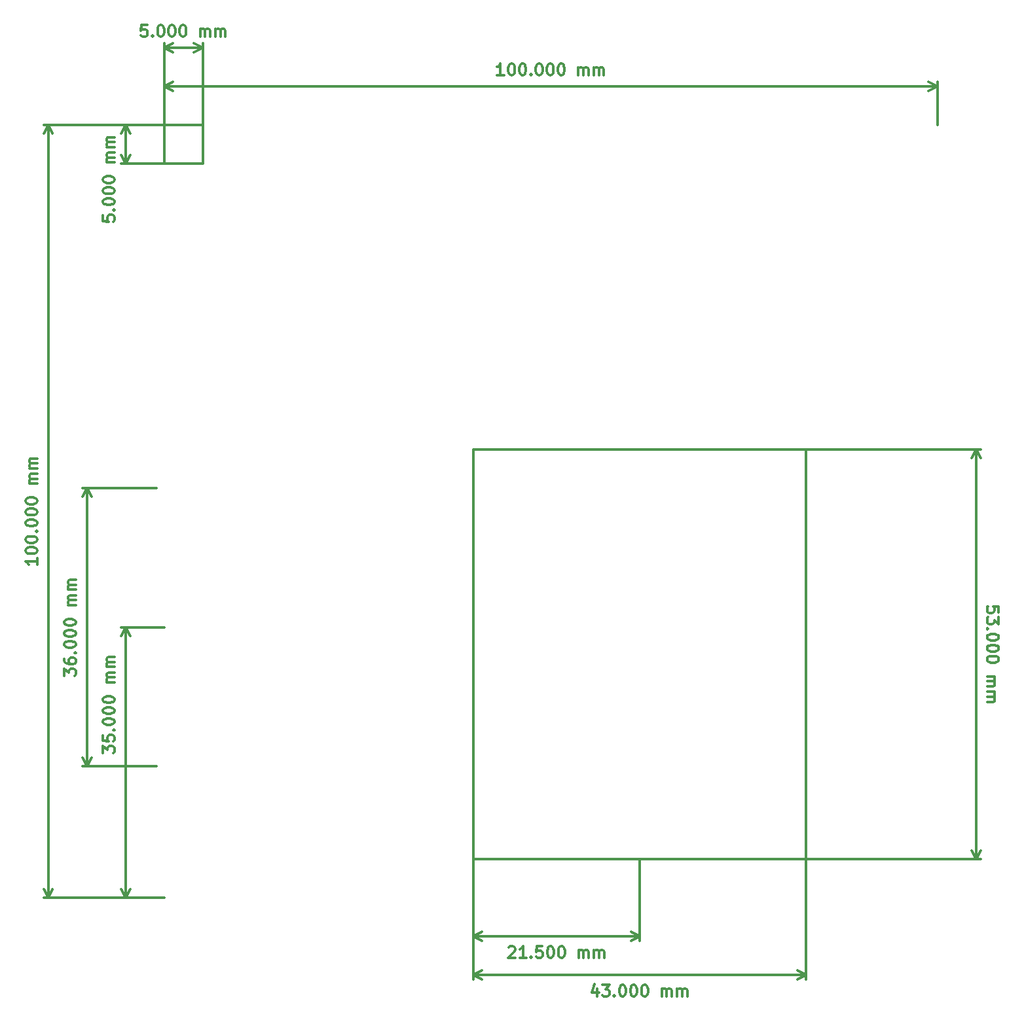
<source format=gbr>
G04 #@! TF.GenerationSoftware,KiCad,Pcbnew,(5.1.0-344-gd281f051e)*
G04 #@! TF.CreationDate,2019-04-24T21:11:33+09:00*
G04 #@! TF.ProjectId,driver,64726976-6572-42e6-9b69-6361645f7063,rev?*
G04 #@! TF.SameCoordinates,Original*
G04 #@! TF.FileFunction,Drawing*
%FSLAX46Y46*%
G04 Gerber Fmt 4.6, Leading zero omitted, Abs format (unit mm)*
G04 Created by KiCad (PCBNEW (5.1.0-344-gd281f051e)) date 2019-04-24 21:11:33*
%MOMM*%
%LPD*%
G04 APERTURE LIST*
%ADD10C,0.300000*%
G04 APERTURE END LIST*
D10*
X126000000Y-166778571D02*
X126000000Y-167778571D01*
X125642857Y-166207142D02*
X125285714Y-167278571D01*
X126214285Y-167278571D01*
X126642857Y-166278571D02*
X127571428Y-166278571D01*
X127071428Y-166850000D01*
X127285714Y-166850000D01*
X127428571Y-166921428D01*
X127500000Y-166992857D01*
X127571428Y-167135714D01*
X127571428Y-167492857D01*
X127500000Y-167635714D01*
X127428571Y-167707142D01*
X127285714Y-167778571D01*
X126857142Y-167778571D01*
X126714285Y-167707142D01*
X126642857Y-167635714D01*
X128214285Y-167635714D02*
X128285714Y-167707142D01*
X128214285Y-167778571D01*
X128142857Y-167707142D01*
X128214285Y-167635714D01*
X128214285Y-167778571D01*
X129214285Y-166278571D02*
X129357142Y-166278571D01*
X129500000Y-166350000D01*
X129571428Y-166421428D01*
X129642857Y-166564285D01*
X129714285Y-166850000D01*
X129714285Y-167207142D01*
X129642857Y-167492857D01*
X129571428Y-167635714D01*
X129500000Y-167707142D01*
X129357142Y-167778571D01*
X129214285Y-167778571D01*
X129071428Y-167707142D01*
X129000000Y-167635714D01*
X128928571Y-167492857D01*
X128857142Y-167207142D01*
X128857142Y-166850000D01*
X128928571Y-166564285D01*
X129000000Y-166421428D01*
X129071428Y-166350000D01*
X129214285Y-166278571D01*
X130642857Y-166278571D02*
X130785714Y-166278571D01*
X130928571Y-166350000D01*
X131000000Y-166421428D01*
X131071428Y-166564285D01*
X131142857Y-166850000D01*
X131142857Y-167207142D01*
X131071428Y-167492857D01*
X131000000Y-167635714D01*
X130928571Y-167707142D01*
X130785714Y-167778571D01*
X130642857Y-167778571D01*
X130500000Y-167707142D01*
X130428571Y-167635714D01*
X130357142Y-167492857D01*
X130285714Y-167207142D01*
X130285714Y-166850000D01*
X130357142Y-166564285D01*
X130428571Y-166421428D01*
X130500000Y-166350000D01*
X130642857Y-166278571D01*
X132071428Y-166278571D02*
X132214285Y-166278571D01*
X132357142Y-166350000D01*
X132428571Y-166421428D01*
X132500000Y-166564285D01*
X132571428Y-166850000D01*
X132571428Y-167207142D01*
X132500000Y-167492857D01*
X132428571Y-167635714D01*
X132357142Y-167707142D01*
X132214285Y-167778571D01*
X132071428Y-167778571D01*
X131928571Y-167707142D01*
X131857142Y-167635714D01*
X131785714Y-167492857D01*
X131714285Y-167207142D01*
X131714285Y-166850000D01*
X131785714Y-166564285D01*
X131857142Y-166421428D01*
X131928571Y-166350000D01*
X132071428Y-166278571D01*
X134357142Y-167778571D02*
X134357142Y-166778571D01*
X134357142Y-166921428D02*
X134428571Y-166850000D01*
X134571428Y-166778571D01*
X134785714Y-166778571D01*
X134928571Y-166850000D01*
X135000000Y-166992857D01*
X135000000Y-167778571D01*
X135000000Y-166992857D02*
X135071428Y-166850000D01*
X135214285Y-166778571D01*
X135428571Y-166778571D01*
X135571428Y-166850000D01*
X135642857Y-166992857D01*
X135642857Y-167778571D01*
X136357142Y-167778571D02*
X136357142Y-166778571D01*
X136357142Y-166921428D02*
X136428571Y-166850000D01*
X136571428Y-166778571D01*
X136785714Y-166778571D01*
X136928571Y-166850000D01*
X137000000Y-166992857D01*
X137000000Y-167778571D01*
X137000000Y-166992857D02*
X137071428Y-166850000D01*
X137214285Y-166778571D01*
X137428571Y-166778571D01*
X137571428Y-166850000D01*
X137642857Y-166992857D01*
X137642857Y-167778571D01*
X110000000Y-165000000D02*
X153000000Y-165000000D01*
X110000000Y-97000000D02*
X110000000Y-165586421D01*
X153000000Y-97000000D02*
X153000000Y-165586421D01*
X153000000Y-165000000D02*
X151873496Y-165586421D01*
X153000000Y-165000000D02*
X151873496Y-164413579D01*
X110000000Y-165000000D02*
X111126504Y-165586421D01*
X110000000Y-165000000D02*
X111126504Y-164413579D01*
X114535714Y-161421428D02*
X114607142Y-161350000D01*
X114750000Y-161278571D01*
X115107142Y-161278571D01*
X115250000Y-161350000D01*
X115321428Y-161421428D01*
X115392857Y-161564285D01*
X115392857Y-161707142D01*
X115321428Y-161921428D01*
X114464285Y-162778571D01*
X115392857Y-162778571D01*
X116821428Y-162778571D02*
X115964285Y-162778571D01*
X116392857Y-162778571D02*
X116392857Y-161278571D01*
X116250000Y-161492857D01*
X116107142Y-161635714D01*
X115964285Y-161707142D01*
X117464285Y-162635714D02*
X117535714Y-162707142D01*
X117464285Y-162778571D01*
X117392857Y-162707142D01*
X117464285Y-162635714D01*
X117464285Y-162778571D01*
X118892857Y-161278571D02*
X118178571Y-161278571D01*
X118107142Y-161992857D01*
X118178571Y-161921428D01*
X118321428Y-161850000D01*
X118678571Y-161850000D01*
X118821428Y-161921428D01*
X118892857Y-161992857D01*
X118964285Y-162135714D01*
X118964285Y-162492857D01*
X118892857Y-162635714D01*
X118821428Y-162707142D01*
X118678571Y-162778571D01*
X118321428Y-162778571D01*
X118178571Y-162707142D01*
X118107142Y-162635714D01*
X119892857Y-161278571D02*
X120035714Y-161278571D01*
X120178571Y-161350000D01*
X120250000Y-161421428D01*
X120321428Y-161564285D01*
X120392857Y-161850000D01*
X120392857Y-162207142D01*
X120321428Y-162492857D01*
X120250000Y-162635714D01*
X120178571Y-162707142D01*
X120035714Y-162778571D01*
X119892857Y-162778571D01*
X119750000Y-162707142D01*
X119678571Y-162635714D01*
X119607142Y-162492857D01*
X119535714Y-162207142D01*
X119535714Y-161850000D01*
X119607142Y-161564285D01*
X119678571Y-161421428D01*
X119750000Y-161350000D01*
X119892857Y-161278571D01*
X121321428Y-161278571D02*
X121464285Y-161278571D01*
X121607142Y-161350000D01*
X121678571Y-161421428D01*
X121750000Y-161564285D01*
X121821428Y-161850000D01*
X121821428Y-162207142D01*
X121750000Y-162492857D01*
X121678571Y-162635714D01*
X121607142Y-162707142D01*
X121464285Y-162778571D01*
X121321428Y-162778571D01*
X121178571Y-162707142D01*
X121107142Y-162635714D01*
X121035714Y-162492857D01*
X120964285Y-162207142D01*
X120964285Y-161850000D01*
X121035714Y-161564285D01*
X121107142Y-161421428D01*
X121178571Y-161350000D01*
X121321428Y-161278571D01*
X123607142Y-162778571D02*
X123607142Y-161778571D01*
X123607142Y-161921428D02*
X123678571Y-161850000D01*
X123821428Y-161778571D01*
X124035714Y-161778571D01*
X124178571Y-161850000D01*
X124250000Y-161992857D01*
X124250000Y-162778571D01*
X124250000Y-161992857D02*
X124321428Y-161850000D01*
X124464285Y-161778571D01*
X124678571Y-161778571D01*
X124821428Y-161850000D01*
X124892857Y-161992857D01*
X124892857Y-162778571D01*
X125607142Y-162778571D02*
X125607142Y-161778571D01*
X125607142Y-161921428D02*
X125678571Y-161850000D01*
X125821428Y-161778571D01*
X126035714Y-161778571D01*
X126178571Y-161850000D01*
X126250000Y-161992857D01*
X126250000Y-162778571D01*
X126250000Y-161992857D02*
X126321428Y-161850000D01*
X126464285Y-161778571D01*
X126678571Y-161778571D01*
X126821428Y-161850000D01*
X126892857Y-161992857D01*
X126892857Y-162778571D01*
X110000000Y-160000000D02*
X131500000Y-160000000D01*
X110000000Y-150000000D02*
X110000000Y-160586421D01*
X131500000Y-150000000D02*
X131500000Y-160586421D01*
X131500000Y-160000000D02*
X130373496Y-160586421D01*
X131500000Y-160000000D02*
X130373496Y-159413579D01*
X110000000Y-160000000D02*
X111126504Y-160586421D01*
X110000000Y-160000000D02*
X111126504Y-159413579D01*
X177921428Y-118071428D02*
X177921428Y-117357142D01*
X177207142Y-117285714D01*
X177278571Y-117357142D01*
X177350000Y-117500000D01*
X177350000Y-117857142D01*
X177278571Y-118000000D01*
X177207142Y-118071428D01*
X177064285Y-118142857D01*
X176707142Y-118142857D01*
X176564285Y-118071428D01*
X176492857Y-118000000D01*
X176421428Y-117857142D01*
X176421428Y-117500000D01*
X176492857Y-117357142D01*
X176564285Y-117285714D01*
X177921428Y-118642857D02*
X177921428Y-119571428D01*
X177350000Y-119071428D01*
X177350000Y-119285714D01*
X177278571Y-119428571D01*
X177207142Y-119500000D01*
X177064285Y-119571428D01*
X176707142Y-119571428D01*
X176564285Y-119500000D01*
X176492857Y-119428571D01*
X176421428Y-119285714D01*
X176421428Y-118857142D01*
X176492857Y-118714285D01*
X176564285Y-118642857D01*
X176564285Y-120214285D02*
X176492857Y-120285714D01*
X176421428Y-120214285D01*
X176492857Y-120142857D01*
X176564285Y-120214285D01*
X176421428Y-120214285D01*
X177921428Y-121214285D02*
X177921428Y-121357142D01*
X177850000Y-121500000D01*
X177778571Y-121571428D01*
X177635714Y-121642857D01*
X177350000Y-121714285D01*
X176992857Y-121714285D01*
X176707142Y-121642857D01*
X176564285Y-121571428D01*
X176492857Y-121500000D01*
X176421428Y-121357142D01*
X176421428Y-121214285D01*
X176492857Y-121071428D01*
X176564285Y-121000000D01*
X176707142Y-120928571D01*
X176992857Y-120857142D01*
X177350000Y-120857142D01*
X177635714Y-120928571D01*
X177778571Y-121000000D01*
X177850000Y-121071428D01*
X177921428Y-121214285D01*
X177921428Y-122642857D02*
X177921428Y-122785714D01*
X177850000Y-122928571D01*
X177778571Y-123000000D01*
X177635714Y-123071428D01*
X177350000Y-123142857D01*
X176992857Y-123142857D01*
X176707142Y-123071428D01*
X176564285Y-123000000D01*
X176492857Y-122928571D01*
X176421428Y-122785714D01*
X176421428Y-122642857D01*
X176492857Y-122500000D01*
X176564285Y-122428571D01*
X176707142Y-122357142D01*
X176992857Y-122285714D01*
X177350000Y-122285714D01*
X177635714Y-122357142D01*
X177778571Y-122428571D01*
X177850000Y-122500000D01*
X177921428Y-122642857D01*
X177921428Y-124071428D02*
X177921428Y-124214285D01*
X177850000Y-124357142D01*
X177778571Y-124428571D01*
X177635714Y-124500000D01*
X177350000Y-124571428D01*
X176992857Y-124571428D01*
X176707142Y-124500000D01*
X176564285Y-124428571D01*
X176492857Y-124357142D01*
X176421428Y-124214285D01*
X176421428Y-124071428D01*
X176492857Y-123928571D01*
X176564285Y-123857142D01*
X176707142Y-123785714D01*
X176992857Y-123714285D01*
X177350000Y-123714285D01*
X177635714Y-123785714D01*
X177778571Y-123857142D01*
X177850000Y-123928571D01*
X177921428Y-124071428D01*
X176421428Y-126357142D02*
X177421428Y-126357142D01*
X177278571Y-126357142D02*
X177350000Y-126428571D01*
X177421428Y-126571428D01*
X177421428Y-126785714D01*
X177350000Y-126928571D01*
X177207142Y-127000000D01*
X176421428Y-127000000D01*
X177207142Y-127000000D02*
X177350000Y-127071428D01*
X177421428Y-127214285D01*
X177421428Y-127428571D01*
X177350000Y-127571428D01*
X177207142Y-127642857D01*
X176421428Y-127642857D01*
X176421428Y-128357142D02*
X177421428Y-128357142D01*
X177278571Y-128357142D02*
X177350000Y-128428571D01*
X177421428Y-128571428D01*
X177421428Y-128785714D01*
X177350000Y-128928571D01*
X177207142Y-129000000D01*
X176421428Y-129000000D01*
X177207142Y-129000000D02*
X177350000Y-129071428D01*
X177421428Y-129214285D01*
X177421428Y-129428571D01*
X177350000Y-129571428D01*
X177207142Y-129642857D01*
X176421428Y-129642857D01*
X175000000Y-97000000D02*
X175000000Y-150000000D01*
X110000000Y-97000000D02*
X175586421Y-97000000D01*
X110000000Y-150000000D02*
X175586421Y-150000000D01*
X175000000Y-150000000D02*
X174413579Y-148873496D01*
X175000000Y-150000000D02*
X175586421Y-148873496D01*
X175000000Y-97000000D02*
X174413579Y-98126504D01*
X175000000Y-97000000D02*
X175586421Y-98126504D01*
X67785714Y-42078571D02*
X67071428Y-42078571D01*
X67000000Y-42792857D01*
X67071428Y-42721428D01*
X67214285Y-42650000D01*
X67571428Y-42650000D01*
X67714285Y-42721428D01*
X67785714Y-42792857D01*
X67857142Y-42935714D01*
X67857142Y-43292857D01*
X67785714Y-43435714D01*
X67714285Y-43507142D01*
X67571428Y-43578571D01*
X67214285Y-43578571D01*
X67071428Y-43507142D01*
X67000000Y-43435714D01*
X68500000Y-43435714D02*
X68571428Y-43507142D01*
X68500000Y-43578571D01*
X68428571Y-43507142D01*
X68500000Y-43435714D01*
X68500000Y-43578571D01*
X69500000Y-42078571D02*
X69642857Y-42078571D01*
X69785714Y-42150000D01*
X69857142Y-42221428D01*
X69928571Y-42364285D01*
X70000000Y-42650000D01*
X70000000Y-43007142D01*
X69928571Y-43292857D01*
X69857142Y-43435714D01*
X69785714Y-43507142D01*
X69642857Y-43578571D01*
X69500000Y-43578571D01*
X69357142Y-43507142D01*
X69285714Y-43435714D01*
X69214285Y-43292857D01*
X69142857Y-43007142D01*
X69142857Y-42650000D01*
X69214285Y-42364285D01*
X69285714Y-42221428D01*
X69357142Y-42150000D01*
X69500000Y-42078571D01*
X70928571Y-42078571D02*
X71071428Y-42078571D01*
X71214285Y-42150000D01*
X71285714Y-42221428D01*
X71357142Y-42364285D01*
X71428571Y-42650000D01*
X71428571Y-43007142D01*
X71357142Y-43292857D01*
X71285714Y-43435714D01*
X71214285Y-43507142D01*
X71071428Y-43578571D01*
X70928571Y-43578571D01*
X70785714Y-43507142D01*
X70714285Y-43435714D01*
X70642857Y-43292857D01*
X70571428Y-43007142D01*
X70571428Y-42650000D01*
X70642857Y-42364285D01*
X70714285Y-42221428D01*
X70785714Y-42150000D01*
X70928571Y-42078571D01*
X72357142Y-42078571D02*
X72500000Y-42078571D01*
X72642857Y-42150000D01*
X72714285Y-42221428D01*
X72785714Y-42364285D01*
X72857142Y-42650000D01*
X72857142Y-43007142D01*
X72785714Y-43292857D01*
X72714285Y-43435714D01*
X72642857Y-43507142D01*
X72500000Y-43578571D01*
X72357142Y-43578571D01*
X72214285Y-43507142D01*
X72142857Y-43435714D01*
X72071428Y-43292857D01*
X72000000Y-43007142D01*
X72000000Y-42650000D01*
X72071428Y-42364285D01*
X72142857Y-42221428D01*
X72214285Y-42150000D01*
X72357142Y-42078571D01*
X74642857Y-43578571D02*
X74642857Y-42578571D01*
X74642857Y-42721428D02*
X74714285Y-42650000D01*
X74857142Y-42578571D01*
X75071428Y-42578571D01*
X75214285Y-42650000D01*
X75285714Y-42792857D01*
X75285714Y-43578571D01*
X75285714Y-42792857D02*
X75357142Y-42650000D01*
X75500000Y-42578571D01*
X75714285Y-42578571D01*
X75857142Y-42650000D01*
X75928571Y-42792857D01*
X75928571Y-43578571D01*
X76642857Y-43578571D02*
X76642857Y-42578571D01*
X76642857Y-42721428D02*
X76714285Y-42650000D01*
X76857142Y-42578571D01*
X77071428Y-42578571D01*
X77214285Y-42650000D01*
X77285714Y-42792857D01*
X77285714Y-43578571D01*
X77285714Y-42792857D02*
X77357142Y-42650000D01*
X77500000Y-42578571D01*
X77714285Y-42578571D01*
X77857142Y-42650000D01*
X77928571Y-42792857D01*
X77928571Y-43578571D01*
X75000000Y-45000000D02*
X70000000Y-45000000D01*
X75000000Y-60000000D02*
X75000000Y-44413579D01*
X70000000Y-60000000D02*
X70000000Y-44413579D01*
X70000000Y-45000000D02*
X71126504Y-44413579D01*
X70000000Y-45000000D02*
X71126504Y-45586421D01*
X75000000Y-45000000D02*
X73873496Y-44413579D01*
X75000000Y-45000000D02*
X73873496Y-45586421D01*
X62078571Y-66714285D02*
X62078571Y-67428571D01*
X62792857Y-67500000D01*
X62721428Y-67428571D01*
X62650000Y-67285714D01*
X62650000Y-66928571D01*
X62721428Y-66785714D01*
X62792857Y-66714285D01*
X62935714Y-66642857D01*
X63292857Y-66642857D01*
X63435714Y-66714285D01*
X63507142Y-66785714D01*
X63578571Y-66928571D01*
X63578571Y-67285714D01*
X63507142Y-67428571D01*
X63435714Y-67500000D01*
X63435714Y-66000000D02*
X63507142Y-65928571D01*
X63578571Y-66000000D01*
X63507142Y-66071428D01*
X63435714Y-66000000D01*
X63578571Y-66000000D01*
X62078571Y-65000000D02*
X62078571Y-64857142D01*
X62150000Y-64714285D01*
X62221428Y-64642857D01*
X62364285Y-64571428D01*
X62650000Y-64500000D01*
X63007142Y-64500000D01*
X63292857Y-64571428D01*
X63435714Y-64642857D01*
X63507142Y-64714285D01*
X63578571Y-64857142D01*
X63578571Y-65000000D01*
X63507142Y-65142857D01*
X63435714Y-65214285D01*
X63292857Y-65285714D01*
X63007142Y-65357142D01*
X62650000Y-65357142D01*
X62364285Y-65285714D01*
X62221428Y-65214285D01*
X62150000Y-65142857D01*
X62078571Y-65000000D01*
X62078571Y-63571428D02*
X62078571Y-63428571D01*
X62150000Y-63285714D01*
X62221428Y-63214285D01*
X62364285Y-63142857D01*
X62650000Y-63071428D01*
X63007142Y-63071428D01*
X63292857Y-63142857D01*
X63435714Y-63214285D01*
X63507142Y-63285714D01*
X63578571Y-63428571D01*
X63578571Y-63571428D01*
X63507142Y-63714285D01*
X63435714Y-63785714D01*
X63292857Y-63857142D01*
X63007142Y-63928571D01*
X62650000Y-63928571D01*
X62364285Y-63857142D01*
X62221428Y-63785714D01*
X62150000Y-63714285D01*
X62078571Y-63571428D01*
X62078571Y-62142857D02*
X62078571Y-62000000D01*
X62150000Y-61857142D01*
X62221428Y-61785714D01*
X62364285Y-61714285D01*
X62650000Y-61642857D01*
X63007142Y-61642857D01*
X63292857Y-61714285D01*
X63435714Y-61785714D01*
X63507142Y-61857142D01*
X63578571Y-62000000D01*
X63578571Y-62142857D01*
X63507142Y-62285714D01*
X63435714Y-62357142D01*
X63292857Y-62428571D01*
X63007142Y-62500000D01*
X62650000Y-62500000D01*
X62364285Y-62428571D01*
X62221428Y-62357142D01*
X62150000Y-62285714D01*
X62078571Y-62142857D01*
X63578571Y-59857142D02*
X62578571Y-59857142D01*
X62721428Y-59857142D02*
X62650000Y-59785714D01*
X62578571Y-59642857D01*
X62578571Y-59428571D01*
X62650000Y-59285714D01*
X62792857Y-59214285D01*
X63578571Y-59214285D01*
X62792857Y-59214285D02*
X62650000Y-59142857D01*
X62578571Y-59000000D01*
X62578571Y-58785714D01*
X62650000Y-58642857D01*
X62792857Y-58571428D01*
X63578571Y-58571428D01*
X63578571Y-57857142D02*
X62578571Y-57857142D01*
X62721428Y-57857142D02*
X62650000Y-57785714D01*
X62578571Y-57642857D01*
X62578571Y-57428571D01*
X62650000Y-57285714D01*
X62792857Y-57214285D01*
X63578571Y-57214285D01*
X62792857Y-57214285D02*
X62650000Y-57142857D01*
X62578571Y-57000000D01*
X62578571Y-56785714D01*
X62650000Y-56642857D01*
X62792857Y-56571428D01*
X63578571Y-56571428D01*
X65000000Y-60000000D02*
X65000000Y-55000000D01*
X75000000Y-60000000D02*
X64413579Y-60000000D01*
X75000000Y-55000000D02*
X64413579Y-55000000D01*
X65000000Y-55000000D02*
X65586421Y-56126504D01*
X65000000Y-55000000D02*
X64413579Y-56126504D01*
X65000000Y-60000000D02*
X65586421Y-58873496D01*
X65000000Y-60000000D02*
X64413579Y-58873496D01*
X113928571Y-48578571D02*
X113071428Y-48578571D01*
X113500000Y-48578571D02*
X113500000Y-47078571D01*
X113357142Y-47292857D01*
X113214285Y-47435714D01*
X113071428Y-47507142D01*
X114857142Y-47078571D02*
X115000000Y-47078571D01*
X115142857Y-47150000D01*
X115214285Y-47221428D01*
X115285714Y-47364285D01*
X115357142Y-47650000D01*
X115357142Y-48007142D01*
X115285714Y-48292857D01*
X115214285Y-48435714D01*
X115142857Y-48507142D01*
X115000000Y-48578571D01*
X114857142Y-48578571D01*
X114714285Y-48507142D01*
X114642857Y-48435714D01*
X114571428Y-48292857D01*
X114500000Y-48007142D01*
X114500000Y-47650000D01*
X114571428Y-47364285D01*
X114642857Y-47221428D01*
X114714285Y-47150000D01*
X114857142Y-47078571D01*
X116285714Y-47078571D02*
X116428571Y-47078571D01*
X116571428Y-47150000D01*
X116642857Y-47221428D01*
X116714285Y-47364285D01*
X116785714Y-47650000D01*
X116785714Y-48007142D01*
X116714285Y-48292857D01*
X116642857Y-48435714D01*
X116571428Y-48507142D01*
X116428571Y-48578571D01*
X116285714Y-48578571D01*
X116142857Y-48507142D01*
X116071428Y-48435714D01*
X116000000Y-48292857D01*
X115928571Y-48007142D01*
X115928571Y-47650000D01*
X116000000Y-47364285D01*
X116071428Y-47221428D01*
X116142857Y-47150000D01*
X116285714Y-47078571D01*
X117428571Y-48435714D02*
X117500000Y-48507142D01*
X117428571Y-48578571D01*
X117357142Y-48507142D01*
X117428571Y-48435714D01*
X117428571Y-48578571D01*
X118428571Y-47078571D02*
X118571428Y-47078571D01*
X118714285Y-47150000D01*
X118785714Y-47221428D01*
X118857142Y-47364285D01*
X118928571Y-47650000D01*
X118928571Y-48007142D01*
X118857142Y-48292857D01*
X118785714Y-48435714D01*
X118714285Y-48507142D01*
X118571428Y-48578571D01*
X118428571Y-48578571D01*
X118285714Y-48507142D01*
X118214285Y-48435714D01*
X118142857Y-48292857D01*
X118071428Y-48007142D01*
X118071428Y-47650000D01*
X118142857Y-47364285D01*
X118214285Y-47221428D01*
X118285714Y-47150000D01*
X118428571Y-47078571D01*
X119857142Y-47078571D02*
X120000000Y-47078571D01*
X120142857Y-47150000D01*
X120214285Y-47221428D01*
X120285714Y-47364285D01*
X120357142Y-47650000D01*
X120357142Y-48007142D01*
X120285714Y-48292857D01*
X120214285Y-48435714D01*
X120142857Y-48507142D01*
X120000000Y-48578571D01*
X119857142Y-48578571D01*
X119714285Y-48507142D01*
X119642857Y-48435714D01*
X119571428Y-48292857D01*
X119500000Y-48007142D01*
X119500000Y-47650000D01*
X119571428Y-47364285D01*
X119642857Y-47221428D01*
X119714285Y-47150000D01*
X119857142Y-47078571D01*
X121285714Y-47078571D02*
X121428571Y-47078571D01*
X121571428Y-47150000D01*
X121642857Y-47221428D01*
X121714285Y-47364285D01*
X121785714Y-47650000D01*
X121785714Y-48007142D01*
X121714285Y-48292857D01*
X121642857Y-48435714D01*
X121571428Y-48507142D01*
X121428571Y-48578571D01*
X121285714Y-48578571D01*
X121142857Y-48507142D01*
X121071428Y-48435714D01*
X121000000Y-48292857D01*
X120928571Y-48007142D01*
X120928571Y-47650000D01*
X121000000Y-47364285D01*
X121071428Y-47221428D01*
X121142857Y-47150000D01*
X121285714Y-47078571D01*
X123571428Y-48578571D02*
X123571428Y-47578571D01*
X123571428Y-47721428D02*
X123642857Y-47650000D01*
X123785714Y-47578571D01*
X124000000Y-47578571D01*
X124142857Y-47650000D01*
X124214285Y-47792857D01*
X124214285Y-48578571D01*
X124214285Y-47792857D02*
X124285714Y-47650000D01*
X124428571Y-47578571D01*
X124642857Y-47578571D01*
X124785714Y-47650000D01*
X124857142Y-47792857D01*
X124857142Y-48578571D01*
X125571428Y-48578571D02*
X125571428Y-47578571D01*
X125571428Y-47721428D02*
X125642857Y-47650000D01*
X125785714Y-47578571D01*
X126000000Y-47578571D01*
X126142857Y-47650000D01*
X126214285Y-47792857D01*
X126214285Y-48578571D01*
X126214285Y-47792857D02*
X126285714Y-47650000D01*
X126428571Y-47578571D01*
X126642857Y-47578571D01*
X126785714Y-47650000D01*
X126857142Y-47792857D01*
X126857142Y-48578571D01*
X70000000Y-50000000D02*
X170000000Y-50000000D01*
X70000000Y-55000000D02*
X70000000Y-49413579D01*
X170000000Y-55000000D02*
X170000000Y-49413579D01*
X170000000Y-50000000D02*
X168873496Y-50586421D01*
X170000000Y-50000000D02*
X168873496Y-49413579D01*
X70000000Y-50000000D02*
X71126504Y-50586421D01*
X70000000Y-50000000D02*
X71126504Y-49413579D01*
X53578571Y-111071428D02*
X53578571Y-111928571D01*
X53578571Y-111500000D02*
X52078571Y-111500000D01*
X52292857Y-111642857D01*
X52435714Y-111785714D01*
X52507142Y-111928571D01*
X52078571Y-110142857D02*
X52078571Y-110000000D01*
X52150000Y-109857142D01*
X52221428Y-109785714D01*
X52364285Y-109714285D01*
X52650000Y-109642857D01*
X53007142Y-109642857D01*
X53292857Y-109714285D01*
X53435714Y-109785714D01*
X53507142Y-109857142D01*
X53578571Y-110000000D01*
X53578571Y-110142857D01*
X53507142Y-110285714D01*
X53435714Y-110357142D01*
X53292857Y-110428571D01*
X53007142Y-110500000D01*
X52650000Y-110500000D01*
X52364285Y-110428571D01*
X52221428Y-110357142D01*
X52150000Y-110285714D01*
X52078571Y-110142857D01*
X52078571Y-108714285D02*
X52078571Y-108571428D01*
X52150000Y-108428571D01*
X52221428Y-108357142D01*
X52364285Y-108285714D01*
X52650000Y-108214285D01*
X53007142Y-108214285D01*
X53292857Y-108285714D01*
X53435714Y-108357142D01*
X53507142Y-108428571D01*
X53578571Y-108571428D01*
X53578571Y-108714285D01*
X53507142Y-108857142D01*
X53435714Y-108928571D01*
X53292857Y-109000000D01*
X53007142Y-109071428D01*
X52650000Y-109071428D01*
X52364285Y-109000000D01*
X52221428Y-108928571D01*
X52150000Y-108857142D01*
X52078571Y-108714285D01*
X53435714Y-107571428D02*
X53507142Y-107500000D01*
X53578571Y-107571428D01*
X53507142Y-107642857D01*
X53435714Y-107571428D01*
X53578571Y-107571428D01*
X52078571Y-106571428D02*
X52078571Y-106428571D01*
X52150000Y-106285714D01*
X52221428Y-106214285D01*
X52364285Y-106142857D01*
X52650000Y-106071428D01*
X53007142Y-106071428D01*
X53292857Y-106142857D01*
X53435714Y-106214285D01*
X53507142Y-106285714D01*
X53578571Y-106428571D01*
X53578571Y-106571428D01*
X53507142Y-106714285D01*
X53435714Y-106785714D01*
X53292857Y-106857142D01*
X53007142Y-106928571D01*
X52650000Y-106928571D01*
X52364285Y-106857142D01*
X52221428Y-106785714D01*
X52150000Y-106714285D01*
X52078571Y-106571428D01*
X52078571Y-105142857D02*
X52078571Y-105000000D01*
X52150000Y-104857142D01*
X52221428Y-104785714D01*
X52364285Y-104714285D01*
X52650000Y-104642857D01*
X53007142Y-104642857D01*
X53292857Y-104714285D01*
X53435714Y-104785714D01*
X53507142Y-104857142D01*
X53578571Y-105000000D01*
X53578571Y-105142857D01*
X53507142Y-105285714D01*
X53435714Y-105357142D01*
X53292857Y-105428571D01*
X53007142Y-105500000D01*
X52650000Y-105500000D01*
X52364285Y-105428571D01*
X52221428Y-105357142D01*
X52150000Y-105285714D01*
X52078571Y-105142857D01*
X52078571Y-103714285D02*
X52078571Y-103571428D01*
X52150000Y-103428571D01*
X52221428Y-103357142D01*
X52364285Y-103285714D01*
X52650000Y-103214285D01*
X53007142Y-103214285D01*
X53292857Y-103285714D01*
X53435714Y-103357142D01*
X53507142Y-103428571D01*
X53578571Y-103571428D01*
X53578571Y-103714285D01*
X53507142Y-103857142D01*
X53435714Y-103928571D01*
X53292857Y-104000000D01*
X53007142Y-104071428D01*
X52650000Y-104071428D01*
X52364285Y-104000000D01*
X52221428Y-103928571D01*
X52150000Y-103857142D01*
X52078571Y-103714285D01*
X53578571Y-101428571D02*
X52578571Y-101428571D01*
X52721428Y-101428571D02*
X52650000Y-101357142D01*
X52578571Y-101214285D01*
X52578571Y-101000000D01*
X52650000Y-100857142D01*
X52792857Y-100785714D01*
X53578571Y-100785714D01*
X52792857Y-100785714D02*
X52650000Y-100714285D01*
X52578571Y-100571428D01*
X52578571Y-100357142D01*
X52650000Y-100214285D01*
X52792857Y-100142857D01*
X53578571Y-100142857D01*
X53578571Y-99428571D02*
X52578571Y-99428571D01*
X52721428Y-99428571D02*
X52650000Y-99357142D01*
X52578571Y-99214285D01*
X52578571Y-99000000D01*
X52650000Y-98857142D01*
X52792857Y-98785714D01*
X53578571Y-98785714D01*
X52792857Y-98785714D02*
X52650000Y-98714285D01*
X52578571Y-98571428D01*
X52578571Y-98357142D01*
X52650000Y-98214285D01*
X52792857Y-98142857D01*
X53578571Y-98142857D01*
X55000000Y-155000000D02*
X55000000Y-55000000D01*
X70000000Y-155000000D02*
X54413579Y-155000000D01*
X70000000Y-55000000D02*
X54413579Y-55000000D01*
X55000000Y-55000000D02*
X55586421Y-56126504D01*
X55000000Y-55000000D02*
X54413579Y-56126504D01*
X55000000Y-155000000D02*
X55586421Y-153873496D01*
X55000000Y-155000000D02*
X54413579Y-153873496D01*
X62078571Y-136285714D02*
X62078571Y-135357142D01*
X62650000Y-135857142D01*
X62650000Y-135642857D01*
X62721428Y-135500000D01*
X62792857Y-135428571D01*
X62935714Y-135357142D01*
X63292857Y-135357142D01*
X63435714Y-135428571D01*
X63507142Y-135500000D01*
X63578571Y-135642857D01*
X63578571Y-136071428D01*
X63507142Y-136214285D01*
X63435714Y-136285714D01*
X62078571Y-134000000D02*
X62078571Y-134714285D01*
X62792857Y-134785714D01*
X62721428Y-134714285D01*
X62650000Y-134571428D01*
X62650000Y-134214285D01*
X62721428Y-134071428D01*
X62792857Y-134000000D01*
X62935714Y-133928571D01*
X63292857Y-133928571D01*
X63435714Y-134000000D01*
X63507142Y-134071428D01*
X63578571Y-134214285D01*
X63578571Y-134571428D01*
X63507142Y-134714285D01*
X63435714Y-134785714D01*
X63435714Y-133285714D02*
X63507142Y-133214285D01*
X63578571Y-133285714D01*
X63507142Y-133357142D01*
X63435714Y-133285714D01*
X63578571Y-133285714D01*
X62078571Y-132285714D02*
X62078571Y-132142857D01*
X62150000Y-132000000D01*
X62221428Y-131928571D01*
X62364285Y-131857142D01*
X62650000Y-131785714D01*
X63007142Y-131785714D01*
X63292857Y-131857142D01*
X63435714Y-131928571D01*
X63507142Y-132000000D01*
X63578571Y-132142857D01*
X63578571Y-132285714D01*
X63507142Y-132428571D01*
X63435714Y-132500000D01*
X63292857Y-132571428D01*
X63007142Y-132642857D01*
X62650000Y-132642857D01*
X62364285Y-132571428D01*
X62221428Y-132500000D01*
X62150000Y-132428571D01*
X62078571Y-132285714D01*
X62078571Y-130857142D02*
X62078571Y-130714285D01*
X62150000Y-130571428D01*
X62221428Y-130500000D01*
X62364285Y-130428571D01*
X62650000Y-130357142D01*
X63007142Y-130357142D01*
X63292857Y-130428571D01*
X63435714Y-130500000D01*
X63507142Y-130571428D01*
X63578571Y-130714285D01*
X63578571Y-130857142D01*
X63507142Y-131000000D01*
X63435714Y-131071428D01*
X63292857Y-131142857D01*
X63007142Y-131214285D01*
X62650000Y-131214285D01*
X62364285Y-131142857D01*
X62221428Y-131071428D01*
X62150000Y-131000000D01*
X62078571Y-130857142D01*
X62078571Y-129428571D02*
X62078571Y-129285714D01*
X62150000Y-129142857D01*
X62221428Y-129071428D01*
X62364285Y-129000000D01*
X62650000Y-128928571D01*
X63007142Y-128928571D01*
X63292857Y-129000000D01*
X63435714Y-129071428D01*
X63507142Y-129142857D01*
X63578571Y-129285714D01*
X63578571Y-129428571D01*
X63507142Y-129571428D01*
X63435714Y-129642857D01*
X63292857Y-129714285D01*
X63007142Y-129785714D01*
X62650000Y-129785714D01*
X62364285Y-129714285D01*
X62221428Y-129642857D01*
X62150000Y-129571428D01*
X62078571Y-129428571D01*
X63578571Y-127142857D02*
X62578571Y-127142857D01*
X62721428Y-127142857D02*
X62650000Y-127071428D01*
X62578571Y-126928571D01*
X62578571Y-126714285D01*
X62650000Y-126571428D01*
X62792857Y-126500000D01*
X63578571Y-126500000D01*
X62792857Y-126500000D02*
X62650000Y-126428571D01*
X62578571Y-126285714D01*
X62578571Y-126071428D01*
X62650000Y-125928571D01*
X62792857Y-125857142D01*
X63578571Y-125857142D01*
X63578571Y-125142857D02*
X62578571Y-125142857D01*
X62721428Y-125142857D02*
X62650000Y-125071428D01*
X62578571Y-124928571D01*
X62578571Y-124714285D01*
X62650000Y-124571428D01*
X62792857Y-124500000D01*
X63578571Y-124500000D01*
X62792857Y-124500000D02*
X62650000Y-124428571D01*
X62578571Y-124285714D01*
X62578571Y-124071428D01*
X62650000Y-123928571D01*
X62792857Y-123857142D01*
X63578571Y-123857142D01*
X65000000Y-155000000D02*
X65000000Y-120000000D01*
X70000000Y-155000000D02*
X64413579Y-155000000D01*
X70000000Y-120000000D02*
X64413579Y-120000000D01*
X65000000Y-120000000D02*
X65586421Y-121126504D01*
X65000000Y-120000000D02*
X64413579Y-121126504D01*
X65000000Y-155000000D02*
X65586421Y-153873496D01*
X65000000Y-155000000D02*
X64413579Y-153873496D01*
X57078571Y-126285714D02*
X57078571Y-125357142D01*
X57650000Y-125857142D01*
X57650000Y-125642857D01*
X57721428Y-125500000D01*
X57792857Y-125428571D01*
X57935714Y-125357142D01*
X58292857Y-125357142D01*
X58435714Y-125428571D01*
X58507142Y-125500000D01*
X58578571Y-125642857D01*
X58578571Y-126071428D01*
X58507142Y-126214285D01*
X58435714Y-126285714D01*
X57078571Y-124071428D02*
X57078571Y-124357142D01*
X57150000Y-124500000D01*
X57221428Y-124571428D01*
X57435714Y-124714285D01*
X57721428Y-124785714D01*
X58292857Y-124785714D01*
X58435714Y-124714285D01*
X58507142Y-124642857D01*
X58578571Y-124500000D01*
X58578571Y-124214285D01*
X58507142Y-124071428D01*
X58435714Y-124000000D01*
X58292857Y-123928571D01*
X57935714Y-123928571D01*
X57792857Y-124000000D01*
X57721428Y-124071428D01*
X57650000Y-124214285D01*
X57650000Y-124500000D01*
X57721428Y-124642857D01*
X57792857Y-124714285D01*
X57935714Y-124785714D01*
X58435714Y-123285714D02*
X58507142Y-123214285D01*
X58578571Y-123285714D01*
X58507142Y-123357142D01*
X58435714Y-123285714D01*
X58578571Y-123285714D01*
X57078571Y-122285714D02*
X57078571Y-122142857D01*
X57150000Y-122000000D01*
X57221428Y-121928571D01*
X57364285Y-121857142D01*
X57650000Y-121785714D01*
X58007142Y-121785714D01*
X58292857Y-121857142D01*
X58435714Y-121928571D01*
X58507142Y-122000000D01*
X58578571Y-122142857D01*
X58578571Y-122285714D01*
X58507142Y-122428571D01*
X58435714Y-122500000D01*
X58292857Y-122571428D01*
X58007142Y-122642857D01*
X57650000Y-122642857D01*
X57364285Y-122571428D01*
X57221428Y-122500000D01*
X57150000Y-122428571D01*
X57078571Y-122285714D01*
X57078571Y-120857142D02*
X57078571Y-120714285D01*
X57150000Y-120571428D01*
X57221428Y-120500000D01*
X57364285Y-120428571D01*
X57650000Y-120357142D01*
X58007142Y-120357142D01*
X58292857Y-120428571D01*
X58435714Y-120500000D01*
X58507142Y-120571428D01*
X58578571Y-120714285D01*
X58578571Y-120857142D01*
X58507142Y-121000000D01*
X58435714Y-121071428D01*
X58292857Y-121142857D01*
X58007142Y-121214285D01*
X57650000Y-121214285D01*
X57364285Y-121142857D01*
X57221428Y-121071428D01*
X57150000Y-121000000D01*
X57078571Y-120857142D01*
X57078571Y-119428571D02*
X57078571Y-119285714D01*
X57150000Y-119142857D01*
X57221428Y-119071428D01*
X57364285Y-119000000D01*
X57650000Y-118928571D01*
X58007142Y-118928571D01*
X58292857Y-119000000D01*
X58435714Y-119071428D01*
X58507142Y-119142857D01*
X58578571Y-119285714D01*
X58578571Y-119428571D01*
X58507142Y-119571428D01*
X58435714Y-119642857D01*
X58292857Y-119714285D01*
X58007142Y-119785714D01*
X57650000Y-119785714D01*
X57364285Y-119714285D01*
X57221428Y-119642857D01*
X57150000Y-119571428D01*
X57078571Y-119428571D01*
X58578571Y-117142857D02*
X57578571Y-117142857D01*
X57721428Y-117142857D02*
X57650000Y-117071428D01*
X57578571Y-116928571D01*
X57578571Y-116714285D01*
X57650000Y-116571428D01*
X57792857Y-116500000D01*
X58578571Y-116500000D01*
X57792857Y-116500000D02*
X57650000Y-116428571D01*
X57578571Y-116285714D01*
X57578571Y-116071428D01*
X57650000Y-115928571D01*
X57792857Y-115857142D01*
X58578571Y-115857142D01*
X58578571Y-115142857D02*
X57578571Y-115142857D01*
X57721428Y-115142857D02*
X57650000Y-115071428D01*
X57578571Y-114928571D01*
X57578571Y-114714285D01*
X57650000Y-114571428D01*
X57792857Y-114500000D01*
X58578571Y-114500000D01*
X57792857Y-114500000D02*
X57650000Y-114428571D01*
X57578571Y-114285714D01*
X57578571Y-114071428D01*
X57650000Y-113928571D01*
X57792857Y-113857142D01*
X58578571Y-113857142D01*
X60000000Y-138000000D02*
X60000000Y-102000000D01*
X69000000Y-138000000D02*
X59413579Y-138000000D01*
X69000000Y-102000000D02*
X59413579Y-102000000D01*
X60000000Y-102000000D02*
X60586421Y-103126504D01*
X60000000Y-102000000D02*
X59413579Y-103126504D01*
X60000000Y-138000000D02*
X60586421Y-136873496D01*
X60000000Y-138000000D02*
X59413579Y-136873496D01*
M02*

</source>
